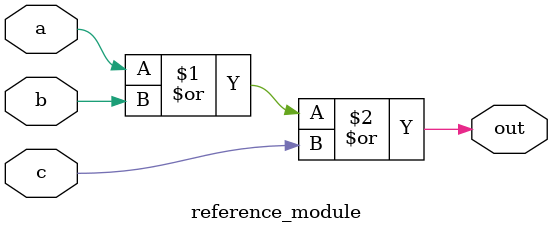
<source format=sv>
module reference_module(
	input a, 
	input b,
	input c,
	output out
);
	
	assign out = (a | b | c);
	
endmodule

</source>
